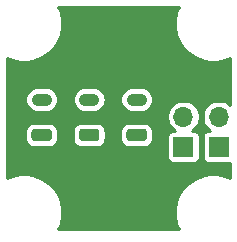
<source format=gbr>
%TF.GenerationSoftware,KiCad,Pcbnew,(5.1.9)-1*%
%TF.CreationDate,2021-10-26T22:47:50+01:00*%
%TF.ProjectId,Top hat 16mm Blade,546f7020-6861-4742-9031-366d6d20426c,rev?*%
%TF.SameCoordinates,Original*%
%TF.FileFunction,Copper,L2,Bot*%
%TF.FilePolarity,Positive*%
%FSLAX46Y46*%
G04 Gerber Fmt 4.6, Leading zero omitted, Abs format (unit mm)*
G04 Created by KiCad (PCBNEW (5.1.9)-1) date 2021-10-26 22:47:50*
%MOMM*%
%LPD*%
G01*
G04 APERTURE LIST*
%TA.AperFunction,ComponentPad*%
%ADD10O,1.700000X1.700000*%
%TD*%
%TA.AperFunction,ComponentPad*%
%ADD11R,1.700000X1.700000*%
%TD*%
%TA.AperFunction,ComponentPad*%
%ADD12O,1.730000X1.030000*%
%TD*%
%TA.AperFunction,Conductor*%
%ADD13C,0.254000*%
%TD*%
%TA.AperFunction,Conductor*%
%ADD14C,0.100000*%
%TD*%
G04 APERTURE END LIST*
%TO.P,J8,1*%
%TO.N,GND*%
%TA.AperFunction,ComponentPad*%
G36*
G01*
X164500000Y-148500000D02*
X164500000Y-145500000D01*
G75*
G02*
X165000000Y-145000000I500000J0D01*
G01*
X166000000Y-145000000D01*
G75*
G02*
X166500000Y-145500000I0J-500000D01*
G01*
X166500000Y-148500000D01*
G75*
G02*
X166000000Y-149000000I-500000J0D01*
G01*
X165000000Y-149000000D01*
G75*
G02*
X164500000Y-148500000I0J500000D01*
G01*
G37*
%TD.AperFunction*%
%TD*%
D10*
%TO.P,J14,3*%
%TO.N,GND*%
X176500000Y-151370000D03*
%TO.P,J14,2*%
%TO.N,VCC*%
X176500000Y-153910000D03*
D11*
%TO.P,J14,1*%
%TO.N,Net-(J14-Pad1)*%
X176500000Y-156450000D03*
%TD*%
D10*
%TO.P,J13,3*%
%TO.N,GND*%
X173500000Y-151370000D03*
%TO.P,J13,2*%
%TO.N,VCC*%
X173500000Y-153910000D03*
D11*
%TO.P,J13,1*%
%TO.N,Net-(J13-Pad1)*%
X173500000Y-156450000D03*
%TD*%
D12*
%TO.P,J12,3*%
%TO.N,VCC*%
X169545000Y-152440000D03*
%TO.P,J12,2*%
%TO.N,GND*%
X169545000Y-153940000D03*
%TO.P,J12,1*%
%TO.N,Net-(J12-Pad1)*%
%TA.AperFunction,ComponentPad*%
G36*
G01*
X170160001Y-155955000D02*
X168929999Y-155955000D01*
G75*
G02*
X168680000Y-155705001I0J249999D01*
G01*
X168680000Y-155174999D01*
G75*
G02*
X168929999Y-154925000I249999J0D01*
G01*
X170160001Y-154925000D01*
G75*
G02*
X170410000Y-155174999I0J-249999D01*
G01*
X170410000Y-155705001D01*
G75*
G02*
X170160001Y-155955000I-249999J0D01*
G01*
G37*
%TD.AperFunction*%
%TD*%
%TO.P,J11,3*%
%TO.N,VCC*%
X165522500Y-152440000D03*
%TO.P,J11,2*%
%TO.N,GND*%
X165522500Y-153940000D03*
%TO.P,J11,1*%
%TO.N,Net-(J11-Pad1)*%
%TA.AperFunction,ComponentPad*%
G36*
G01*
X166137501Y-155955000D02*
X164907499Y-155955000D01*
G75*
G02*
X164657500Y-155705001I0J249999D01*
G01*
X164657500Y-155174999D01*
G75*
G02*
X164907499Y-154925000I249999J0D01*
G01*
X166137501Y-154925000D01*
G75*
G02*
X166387500Y-155174999I0J-249999D01*
G01*
X166387500Y-155705001D01*
G75*
G02*
X166137501Y-155955000I-249999J0D01*
G01*
G37*
%TD.AperFunction*%
%TD*%
%TO.P,J10,3*%
%TO.N,VCC*%
X161500000Y-152440000D03*
%TO.P,J10,2*%
%TO.N,GND*%
X161500000Y-153940000D03*
%TO.P,J10,1*%
%TO.N,Net-(J10-Pad1)*%
%TA.AperFunction,ComponentPad*%
G36*
G01*
X162115001Y-155955000D02*
X160884999Y-155955000D01*
G75*
G02*
X160635000Y-155705001I0J249999D01*
G01*
X160635000Y-155174999D01*
G75*
G02*
X160884999Y-154925000I249999J0D01*
G01*
X162115001Y-154925000D01*
G75*
G02*
X162365000Y-155174999I0J-249999D01*
G01*
X162365000Y-155705001D01*
G75*
G02*
X162115001Y-155955000I-249999J0D01*
G01*
G37*
%TD.AperFunction*%
%TD*%
%TO.P,J1,1*%
%TO.N,GND*%
%TA.AperFunction,ComponentPad*%
G36*
G01*
X163250000Y-163250000D02*
X163250000Y-161750000D01*
G75*
G02*
X163500000Y-161500000I250000J0D01*
G01*
X164000000Y-161500000D01*
G75*
G02*
X164250000Y-161750000I0J-250000D01*
G01*
X164250000Y-163250000D01*
G75*
G02*
X164000000Y-163500000I-250000J0D01*
G01*
X163500000Y-163500000D01*
G75*
G02*
X163250000Y-163250000I0J250000D01*
G01*
G37*
%TD.AperFunction*%
%TD*%
D13*
%TO.N,GND*%
X172897012Y-145058719D02*
X172773000Y-145682168D01*
X172773000Y-146317832D01*
X172897012Y-146941281D01*
X173140270Y-147528558D01*
X173493425Y-148057093D01*
X173942907Y-148506575D01*
X174471442Y-148859730D01*
X175058719Y-149102988D01*
X175682168Y-149227000D01*
X176317832Y-149227000D01*
X176941281Y-149102988D01*
X177423000Y-148903453D01*
X177423000Y-152885627D01*
X177377787Y-152840414D01*
X177152254Y-152689718D01*
X176901656Y-152585917D01*
X176635623Y-152533000D01*
X176364377Y-152533000D01*
X176098344Y-152585917D01*
X175847746Y-152689718D01*
X175622213Y-152840414D01*
X175430414Y-153032213D01*
X175279718Y-153257746D01*
X175175917Y-153508344D01*
X175123000Y-153774377D01*
X175123000Y-154045623D01*
X175175917Y-154311656D01*
X175279718Y-154562254D01*
X175430414Y-154787787D01*
X175622213Y-154979586D01*
X175758202Y-155070451D01*
X175650000Y-155070451D01*
X175546690Y-155080626D01*
X175447350Y-155110761D01*
X175355798Y-155159696D01*
X175275552Y-155225552D01*
X175209696Y-155305798D01*
X175160761Y-155397350D01*
X175130626Y-155496690D01*
X175120451Y-155600000D01*
X175120451Y-157300000D01*
X175130626Y-157403310D01*
X175160761Y-157502650D01*
X175209696Y-157594202D01*
X175275552Y-157674448D01*
X175355798Y-157740304D01*
X175447350Y-157789239D01*
X175546690Y-157819374D01*
X175650000Y-157829549D01*
X177350000Y-157829549D01*
X177423001Y-157822359D01*
X177423001Y-159096547D01*
X176941281Y-158897012D01*
X176317832Y-158773000D01*
X175682168Y-158773000D01*
X175058719Y-158897012D01*
X174471442Y-159140270D01*
X173942907Y-159493425D01*
X173493425Y-159942907D01*
X173140270Y-160471442D01*
X172897012Y-161058719D01*
X172773000Y-161682168D01*
X172773000Y-162317832D01*
X172897012Y-162941281D01*
X173096546Y-163423000D01*
X162903454Y-163423000D01*
X163102988Y-162941281D01*
X163227000Y-162317832D01*
X163227000Y-161682168D01*
X163102988Y-161058719D01*
X162859730Y-160471442D01*
X162506575Y-159942907D01*
X162057093Y-159493425D01*
X161528558Y-159140270D01*
X160941281Y-158897012D01*
X160317832Y-158773000D01*
X159682168Y-158773000D01*
X159058719Y-158897012D01*
X158577000Y-159096546D01*
X158577000Y-155174999D01*
X160105451Y-155174999D01*
X160105451Y-155705001D01*
X160120430Y-155857083D01*
X160164791Y-156003321D01*
X160236829Y-156138095D01*
X160333775Y-156256225D01*
X160451905Y-156353171D01*
X160586679Y-156425209D01*
X160732917Y-156469570D01*
X160884999Y-156484549D01*
X162115001Y-156484549D01*
X162267083Y-156469570D01*
X162413321Y-156425209D01*
X162548095Y-156353171D01*
X162666225Y-156256225D01*
X162763171Y-156138095D01*
X162835209Y-156003321D01*
X162879570Y-155857083D01*
X162894549Y-155705001D01*
X162894549Y-155174999D01*
X164127951Y-155174999D01*
X164127951Y-155705001D01*
X164142930Y-155857083D01*
X164187291Y-156003321D01*
X164259329Y-156138095D01*
X164356275Y-156256225D01*
X164474405Y-156353171D01*
X164609179Y-156425209D01*
X164755417Y-156469570D01*
X164907499Y-156484549D01*
X166137501Y-156484549D01*
X166289583Y-156469570D01*
X166435821Y-156425209D01*
X166570595Y-156353171D01*
X166688725Y-156256225D01*
X166785671Y-156138095D01*
X166857709Y-156003321D01*
X166902070Y-155857083D01*
X166917049Y-155705001D01*
X166917049Y-155174999D01*
X168150451Y-155174999D01*
X168150451Y-155705001D01*
X168165430Y-155857083D01*
X168209791Y-156003321D01*
X168281829Y-156138095D01*
X168378775Y-156256225D01*
X168496905Y-156353171D01*
X168631679Y-156425209D01*
X168777917Y-156469570D01*
X168929999Y-156484549D01*
X170160001Y-156484549D01*
X170312083Y-156469570D01*
X170458321Y-156425209D01*
X170593095Y-156353171D01*
X170711225Y-156256225D01*
X170808171Y-156138095D01*
X170880209Y-156003321D01*
X170924570Y-155857083D01*
X170939549Y-155705001D01*
X170939549Y-155600000D01*
X172120451Y-155600000D01*
X172120451Y-157300000D01*
X172130626Y-157403310D01*
X172160761Y-157502650D01*
X172209696Y-157594202D01*
X172275552Y-157674448D01*
X172355798Y-157740304D01*
X172447350Y-157789239D01*
X172546690Y-157819374D01*
X172650000Y-157829549D01*
X174350000Y-157829549D01*
X174453310Y-157819374D01*
X174552650Y-157789239D01*
X174644202Y-157740304D01*
X174724448Y-157674448D01*
X174790304Y-157594202D01*
X174839239Y-157502650D01*
X174869374Y-157403310D01*
X174879549Y-157300000D01*
X174879549Y-155600000D01*
X174869374Y-155496690D01*
X174839239Y-155397350D01*
X174790304Y-155305798D01*
X174724448Y-155225552D01*
X174644202Y-155159696D01*
X174552650Y-155110761D01*
X174453310Y-155080626D01*
X174350000Y-155070451D01*
X174241798Y-155070451D01*
X174377787Y-154979586D01*
X174569586Y-154787787D01*
X174720282Y-154562254D01*
X174824083Y-154311656D01*
X174877000Y-154045623D01*
X174877000Y-153774377D01*
X174824083Y-153508344D01*
X174720282Y-153257746D01*
X174569586Y-153032213D01*
X174377787Y-152840414D01*
X174152254Y-152689718D01*
X173901656Y-152585917D01*
X173635623Y-152533000D01*
X173364377Y-152533000D01*
X173098344Y-152585917D01*
X172847746Y-152689718D01*
X172622213Y-152840414D01*
X172430414Y-153032213D01*
X172279718Y-153257746D01*
X172175917Y-153508344D01*
X172123000Y-153774377D01*
X172123000Y-154045623D01*
X172175917Y-154311656D01*
X172279718Y-154562254D01*
X172430414Y-154787787D01*
X172622213Y-154979586D01*
X172758202Y-155070451D01*
X172650000Y-155070451D01*
X172546690Y-155080626D01*
X172447350Y-155110761D01*
X172355798Y-155159696D01*
X172275552Y-155225552D01*
X172209696Y-155305798D01*
X172160761Y-155397350D01*
X172130626Y-155496690D01*
X172120451Y-155600000D01*
X170939549Y-155600000D01*
X170939549Y-155174999D01*
X170924570Y-155022917D01*
X170880209Y-154876679D01*
X170808171Y-154741905D01*
X170711225Y-154623775D01*
X170593095Y-154526829D01*
X170458321Y-154454791D01*
X170312083Y-154410430D01*
X170160001Y-154395451D01*
X168929999Y-154395451D01*
X168777917Y-154410430D01*
X168631679Y-154454791D01*
X168496905Y-154526829D01*
X168378775Y-154623775D01*
X168281829Y-154741905D01*
X168209791Y-154876679D01*
X168165430Y-155022917D01*
X168150451Y-155174999D01*
X166917049Y-155174999D01*
X166902070Y-155022917D01*
X166857709Y-154876679D01*
X166785671Y-154741905D01*
X166688725Y-154623775D01*
X166570595Y-154526829D01*
X166435821Y-154454791D01*
X166289583Y-154410430D01*
X166137501Y-154395451D01*
X164907499Y-154395451D01*
X164755417Y-154410430D01*
X164609179Y-154454791D01*
X164474405Y-154526829D01*
X164356275Y-154623775D01*
X164259329Y-154741905D01*
X164187291Y-154876679D01*
X164142930Y-155022917D01*
X164127951Y-155174999D01*
X162894549Y-155174999D01*
X162879570Y-155022917D01*
X162835209Y-154876679D01*
X162763171Y-154741905D01*
X162666225Y-154623775D01*
X162548095Y-154526829D01*
X162413321Y-154454791D01*
X162267083Y-154410430D01*
X162115001Y-154395451D01*
X160884999Y-154395451D01*
X160732917Y-154410430D01*
X160586679Y-154454791D01*
X160451905Y-154526829D01*
X160333775Y-154623775D01*
X160236829Y-154741905D01*
X160164791Y-154876679D01*
X160120430Y-155022917D01*
X160105451Y-155174999D01*
X158577000Y-155174999D01*
X158577000Y-152440000D01*
X160102959Y-152440000D01*
X160123078Y-152644268D01*
X160182660Y-152840685D01*
X160279417Y-153021705D01*
X160409630Y-153180370D01*
X160568295Y-153310583D01*
X160749315Y-153407340D01*
X160945732Y-153466922D01*
X161098819Y-153482000D01*
X161901181Y-153482000D01*
X162054268Y-153466922D01*
X162250685Y-153407340D01*
X162431705Y-153310583D01*
X162590370Y-153180370D01*
X162720583Y-153021705D01*
X162817340Y-152840685D01*
X162876922Y-152644268D01*
X162897041Y-152440000D01*
X164125459Y-152440000D01*
X164145578Y-152644268D01*
X164205160Y-152840685D01*
X164301917Y-153021705D01*
X164432130Y-153180370D01*
X164590795Y-153310583D01*
X164771815Y-153407340D01*
X164968232Y-153466922D01*
X165121319Y-153482000D01*
X165923681Y-153482000D01*
X166076768Y-153466922D01*
X166273185Y-153407340D01*
X166454205Y-153310583D01*
X166612870Y-153180370D01*
X166743083Y-153021705D01*
X166839840Y-152840685D01*
X166899422Y-152644268D01*
X166919541Y-152440000D01*
X168147959Y-152440000D01*
X168168078Y-152644268D01*
X168227660Y-152840685D01*
X168324417Y-153021705D01*
X168454630Y-153180370D01*
X168613295Y-153310583D01*
X168794315Y-153407340D01*
X168990732Y-153466922D01*
X169143819Y-153482000D01*
X169946181Y-153482000D01*
X170099268Y-153466922D01*
X170295685Y-153407340D01*
X170476705Y-153310583D01*
X170635370Y-153180370D01*
X170765583Y-153021705D01*
X170862340Y-152840685D01*
X170921922Y-152644268D01*
X170942041Y-152440000D01*
X170921922Y-152235732D01*
X170862340Y-152039315D01*
X170765583Y-151858295D01*
X170635370Y-151699630D01*
X170476705Y-151569417D01*
X170295685Y-151472660D01*
X170099268Y-151413078D01*
X169946181Y-151398000D01*
X169143819Y-151398000D01*
X168990732Y-151413078D01*
X168794315Y-151472660D01*
X168613295Y-151569417D01*
X168454630Y-151699630D01*
X168324417Y-151858295D01*
X168227660Y-152039315D01*
X168168078Y-152235732D01*
X168147959Y-152440000D01*
X166919541Y-152440000D01*
X166899422Y-152235732D01*
X166839840Y-152039315D01*
X166743083Y-151858295D01*
X166612870Y-151699630D01*
X166454205Y-151569417D01*
X166273185Y-151472660D01*
X166076768Y-151413078D01*
X165923681Y-151398000D01*
X165121319Y-151398000D01*
X164968232Y-151413078D01*
X164771815Y-151472660D01*
X164590795Y-151569417D01*
X164432130Y-151699630D01*
X164301917Y-151858295D01*
X164205160Y-152039315D01*
X164145578Y-152235732D01*
X164125459Y-152440000D01*
X162897041Y-152440000D01*
X162876922Y-152235732D01*
X162817340Y-152039315D01*
X162720583Y-151858295D01*
X162590370Y-151699630D01*
X162431705Y-151569417D01*
X162250685Y-151472660D01*
X162054268Y-151413078D01*
X161901181Y-151398000D01*
X161098819Y-151398000D01*
X160945732Y-151413078D01*
X160749315Y-151472660D01*
X160568295Y-151569417D01*
X160409630Y-151699630D01*
X160279417Y-151858295D01*
X160182660Y-152039315D01*
X160123078Y-152235732D01*
X160102959Y-152440000D01*
X158577000Y-152440000D01*
X158577000Y-148903454D01*
X159058719Y-149102988D01*
X159682168Y-149227000D01*
X160317832Y-149227000D01*
X160941281Y-149102988D01*
X161528558Y-148859730D01*
X162057093Y-148506575D01*
X162506575Y-148057093D01*
X162859730Y-147528558D01*
X163102988Y-146941281D01*
X163227000Y-146317832D01*
X163227000Y-145682168D01*
X163102988Y-145058719D01*
X162903454Y-144577000D01*
X173096546Y-144577000D01*
X172897012Y-145058719D01*
%TA.AperFunction,Conductor*%
D14*
G36*
X172897012Y-145058719D02*
G01*
X172773000Y-145682168D01*
X172773000Y-146317832D01*
X172897012Y-146941281D01*
X173140270Y-147528558D01*
X173493425Y-148057093D01*
X173942907Y-148506575D01*
X174471442Y-148859730D01*
X175058719Y-149102988D01*
X175682168Y-149227000D01*
X176317832Y-149227000D01*
X176941281Y-149102988D01*
X177423000Y-148903453D01*
X177423000Y-152885627D01*
X177377787Y-152840414D01*
X177152254Y-152689718D01*
X176901656Y-152585917D01*
X176635623Y-152533000D01*
X176364377Y-152533000D01*
X176098344Y-152585917D01*
X175847746Y-152689718D01*
X175622213Y-152840414D01*
X175430414Y-153032213D01*
X175279718Y-153257746D01*
X175175917Y-153508344D01*
X175123000Y-153774377D01*
X175123000Y-154045623D01*
X175175917Y-154311656D01*
X175279718Y-154562254D01*
X175430414Y-154787787D01*
X175622213Y-154979586D01*
X175758202Y-155070451D01*
X175650000Y-155070451D01*
X175546690Y-155080626D01*
X175447350Y-155110761D01*
X175355798Y-155159696D01*
X175275552Y-155225552D01*
X175209696Y-155305798D01*
X175160761Y-155397350D01*
X175130626Y-155496690D01*
X175120451Y-155600000D01*
X175120451Y-157300000D01*
X175130626Y-157403310D01*
X175160761Y-157502650D01*
X175209696Y-157594202D01*
X175275552Y-157674448D01*
X175355798Y-157740304D01*
X175447350Y-157789239D01*
X175546690Y-157819374D01*
X175650000Y-157829549D01*
X177350000Y-157829549D01*
X177423001Y-157822359D01*
X177423001Y-159096547D01*
X176941281Y-158897012D01*
X176317832Y-158773000D01*
X175682168Y-158773000D01*
X175058719Y-158897012D01*
X174471442Y-159140270D01*
X173942907Y-159493425D01*
X173493425Y-159942907D01*
X173140270Y-160471442D01*
X172897012Y-161058719D01*
X172773000Y-161682168D01*
X172773000Y-162317832D01*
X172897012Y-162941281D01*
X173096546Y-163423000D01*
X162903454Y-163423000D01*
X163102988Y-162941281D01*
X163227000Y-162317832D01*
X163227000Y-161682168D01*
X163102988Y-161058719D01*
X162859730Y-160471442D01*
X162506575Y-159942907D01*
X162057093Y-159493425D01*
X161528558Y-159140270D01*
X160941281Y-158897012D01*
X160317832Y-158773000D01*
X159682168Y-158773000D01*
X159058719Y-158897012D01*
X158577000Y-159096546D01*
X158577000Y-155174999D01*
X160105451Y-155174999D01*
X160105451Y-155705001D01*
X160120430Y-155857083D01*
X160164791Y-156003321D01*
X160236829Y-156138095D01*
X160333775Y-156256225D01*
X160451905Y-156353171D01*
X160586679Y-156425209D01*
X160732917Y-156469570D01*
X160884999Y-156484549D01*
X162115001Y-156484549D01*
X162267083Y-156469570D01*
X162413321Y-156425209D01*
X162548095Y-156353171D01*
X162666225Y-156256225D01*
X162763171Y-156138095D01*
X162835209Y-156003321D01*
X162879570Y-155857083D01*
X162894549Y-155705001D01*
X162894549Y-155174999D01*
X164127951Y-155174999D01*
X164127951Y-155705001D01*
X164142930Y-155857083D01*
X164187291Y-156003321D01*
X164259329Y-156138095D01*
X164356275Y-156256225D01*
X164474405Y-156353171D01*
X164609179Y-156425209D01*
X164755417Y-156469570D01*
X164907499Y-156484549D01*
X166137501Y-156484549D01*
X166289583Y-156469570D01*
X166435821Y-156425209D01*
X166570595Y-156353171D01*
X166688725Y-156256225D01*
X166785671Y-156138095D01*
X166857709Y-156003321D01*
X166902070Y-155857083D01*
X166917049Y-155705001D01*
X166917049Y-155174999D01*
X168150451Y-155174999D01*
X168150451Y-155705001D01*
X168165430Y-155857083D01*
X168209791Y-156003321D01*
X168281829Y-156138095D01*
X168378775Y-156256225D01*
X168496905Y-156353171D01*
X168631679Y-156425209D01*
X168777917Y-156469570D01*
X168929999Y-156484549D01*
X170160001Y-156484549D01*
X170312083Y-156469570D01*
X170458321Y-156425209D01*
X170593095Y-156353171D01*
X170711225Y-156256225D01*
X170808171Y-156138095D01*
X170880209Y-156003321D01*
X170924570Y-155857083D01*
X170939549Y-155705001D01*
X170939549Y-155600000D01*
X172120451Y-155600000D01*
X172120451Y-157300000D01*
X172130626Y-157403310D01*
X172160761Y-157502650D01*
X172209696Y-157594202D01*
X172275552Y-157674448D01*
X172355798Y-157740304D01*
X172447350Y-157789239D01*
X172546690Y-157819374D01*
X172650000Y-157829549D01*
X174350000Y-157829549D01*
X174453310Y-157819374D01*
X174552650Y-157789239D01*
X174644202Y-157740304D01*
X174724448Y-157674448D01*
X174790304Y-157594202D01*
X174839239Y-157502650D01*
X174869374Y-157403310D01*
X174879549Y-157300000D01*
X174879549Y-155600000D01*
X174869374Y-155496690D01*
X174839239Y-155397350D01*
X174790304Y-155305798D01*
X174724448Y-155225552D01*
X174644202Y-155159696D01*
X174552650Y-155110761D01*
X174453310Y-155080626D01*
X174350000Y-155070451D01*
X174241798Y-155070451D01*
X174377787Y-154979586D01*
X174569586Y-154787787D01*
X174720282Y-154562254D01*
X174824083Y-154311656D01*
X174877000Y-154045623D01*
X174877000Y-153774377D01*
X174824083Y-153508344D01*
X174720282Y-153257746D01*
X174569586Y-153032213D01*
X174377787Y-152840414D01*
X174152254Y-152689718D01*
X173901656Y-152585917D01*
X173635623Y-152533000D01*
X173364377Y-152533000D01*
X173098344Y-152585917D01*
X172847746Y-152689718D01*
X172622213Y-152840414D01*
X172430414Y-153032213D01*
X172279718Y-153257746D01*
X172175917Y-153508344D01*
X172123000Y-153774377D01*
X172123000Y-154045623D01*
X172175917Y-154311656D01*
X172279718Y-154562254D01*
X172430414Y-154787787D01*
X172622213Y-154979586D01*
X172758202Y-155070451D01*
X172650000Y-155070451D01*
X172546690Y-155080626D01*
X172447350Y-155110761D01*
X172355798Y-155159696D01*
X172275552Y-155225552D01*
X172209696Y-155305798D01*
X172160761Y-155397350D01*
X172130626Y-155496690D01*
X172120451Y-155600000D01*
X170939549Y-155600000D01*
X170939549Y-155174999D01*
X170924570Y-155022917D01*
X170880209Y-154876679D01*
X170808171Y-154741905D01*
X170711225Y-154623775D01*
X170593095Y-154526829D01*
X170458321Y-154454791D01*
X170312083Y-154410430D01*
X170160001Y-154395451D01*
X168929999Y-154395451D01*
X168777917Y-154410430D01*
X168631679Y-154454791D01*
X168496905Y-154526829D01*
X168378775Y-154623775D01*
X168281829Y-154741905D01*
X168209791Y-154876679D01*
X168165430Y-155022917D01*
X168150451Y-155174999D01*
X166917049Y-155174999D01*
X166902070Y-155022917D01*
X166857709Y-154876679D01*
X166785671Y-154741905D01*
X166688725Y-154623775D01*
X166570595Y-154526829D01*
X166435821Y-154454791D01*
X166289583Y-154410430D01*
X166137501Y-154395451D01*
X164907499Y-154395451D01*
X164755417Y-154410430D01*
X164609179Y-154454791D01*
X164474405Y-154526829D01*
X164356275Y-154623775D01*
X164259329Y-154741905D01*
X164187291Y-154876679D01*
X164142930Y-155022917D01*
X164127951Y-155174999D01*
X162894549Y-155174999D01*
X162879570Y-155022917D01*
X162835209Y-154876679D01*
X162763171Y-154741905D01*
X162666225Y-154623775D01*
X162548095Y-154526829D01*
X162413321Y-154454791D01*
X162267083Y-154410430D01*
X162115001Y-154395451D01*
X160884999Y-154395451D01*
X160732917Y-154410430D01*
X160586679Y-154454791D01*
X160451905Y-154526829D01*
X160333775Y-154623775D01*
X160236829Y-154741905D01*
X160164791Y-154876679D01*
X160120430Y-155022917D01*
X160105451Y-155174999D01*
X158577000Y-155174999D01*
X158577000Y-152440000D01*
X160102959Y-152440000D01*
X160123078Y-152644268D01*
X160182660Y-152840685D01*
X160279417Y-153021705D01*
X160409630Y-153180370D01*
X160568295Y-153310583D01*
X160749315Y-153407340D01*
X160945732Y-153466922D01*
X161098819Y-153482000D01*
X161901181Y-153482000D01*
X162054268Y-153466922D01*
X162250685Y-153407340D01*
X162431705Y-153310583D01*
X162590370Y-153180370D01*
X162720583Y-153021705D01*
X162817340Y-152840685D01*
X162876922Y-152644268D01*
X162897041Y-152440000D01*
X164125459Y-152440000D01*
X164145578Y-152644268D01*
X164205160Y-152840685D01*
X164301917Y-153021705D01*
X164432130Y-153180370D01*
X164590795Y-153310583D01*
X164771815Y-153407340D01*
X164968232Y-153466922D01*
X165121319Y-153482000D01*
X165923681Y-153482000D01*
X166076768Y-153466922D01*
X166273185Y-153407340D01*
X166454205Y-153310583D01*
X166612870Y-153180370D01*
X166743083Y-153021705D01*
X166839840Y-152840685D01*
X166899422Y-152644268D01*
X166919541Y-152440000D01*
X168147959Y-152440000D01*
X168168078Y-152644268D01*
X168227660Y-152840685D01*
X168324417Y-153021705D01*
X168454630Y-153180370D01*
X168613295Y-153310583D01*
X168794315Y-153407340D01*
X168990732Y-153466922D01*
X169143819Y-153482000D01*
X169946181Y-153482000D01*
X170099268Y-153466922D01*
X170295685Y-153407340D01*
X170476705Y-153310583D01*
X170635370Y-153180370D01*
X170765583Y-153021705D01*
X170862340Y-152840685D01*
X170921922Y-152644268D01*
X170942041Y-152440000D01*
X170921922Y-152235732D01*
X170862340Y-152039315D01*
X170765583Y-151858295D01*
X170635370Y-151699630D01*
X170476705Y-151569417D01*
X170295685Y-151472660D01*
X170099268Y-151413078D01*
X169946181Y-151398000D01*
X169143819Y-151398000D01*
X168990732Y-151413078D01*
X168794315Y-151472660D01*
X168613295Y-151569417D01*
X168454630Y-151699630D01*
X168324417Y-151858295D01*
X168227660Y-152039315D01*
X168168078Y-152235732D01*
X168147959Y-152440000D01*
X166919541Y-152440000D01*
X166899422Y-152235732D01*
X166839840Y-152039315D01*
X166743083Y-151858295D01*
X166612870Y-151699630D01*
X166454205Y-151569417D01*
X166273185Y-151472660D01*
X166076768Y-151413078D01*
X165923681Y-151398000D01*
X165121319Y-151398000D01*
X164968232Y-151413078D01*
X164771815Y-151472660D01*
X164590795Y-151569417D01*
X164432130Y-151699630D01*
X164301917Y-151858295D01*
X164205160Y-152039315D01*
X164145578Y-152235732D01*
X164125459Y-152440000D01*
X162897041Y-152440000D01*
X162876922Y-152235732D01*
X162817340Y-152039315D01*
X162720583Y-151858295D01*
X162590370Y-151699630D01*
X162431705Y-151569417D01*
X162250685Y-151472660D01*
X162054268Y-151413078D01*
X161901181Y-151398000D01*
X161098819Y-151398000D01*
X160945732Y-151413078D01*
X160749315Y-151472660D01*
X160568295Y-151569417D01*
X160409630Y-151699630D01*
X160279417Y-151858295D01*
X160182660Y-152039315D01*
X160123078Y-152235732D01*
X160102959Y-152440000D01*
X158577000Y-152440000D01*
X158577000Y-148903454D01*
X159058719Y-149102988D01*
X159682168Y-149227000D01*
X160317832Y-149227000D01*
X160941281Y-149102988D01*
X161528558Y-148859730D01*
X162057093Y-148506575D01*
X162506575Y-148057093D01*
X162859730Y-147528558D01*
X163102988Y-146941281D01*
X163227000Y-146317832D01*
X163227000Y-145682168D01*
X163102988Y-145058719D01*
X162903454Y-144577000D01*
X173096546Y-144577000D01*
X172897012Y-145058719D01*
G37*
%TD.AperFunction*%
%TD*%
M02*

</source>
